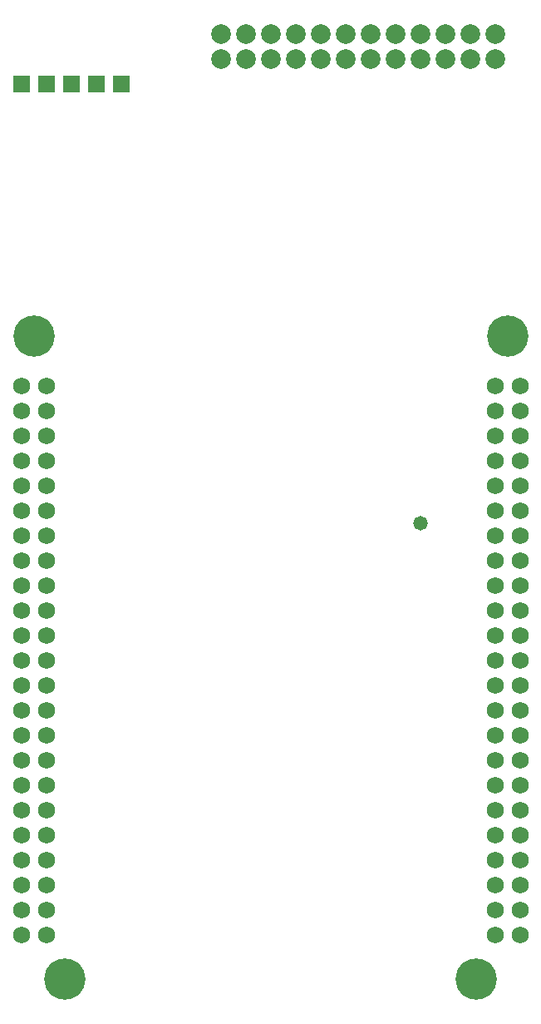
<source format=gbr>
G04 Layer_Color=16711935*
%FSLAX26Y26*%
%MOIN*%
%TF.FileFunction,Soldermask,Bot*%
%TF.Part,Single*%
G01*
G75*
%TA.AperFunction,ComponentPad*%
%ADD16C,0.068000*%
%ADD17C,0.165480*%
%ADD18R,0.068000X0.068000*%
%ADD19C,0.078866*%
%TA.AperFunction,ViaPad*%
%ADD20C,0.058000*%
D16*
X400000Y2787500D02*
D03*
X2300000Y587500D02*
D03*
Y687500D02*
D03*
Y787500D02*
D03*
Y887500D02*
D03*
Y987500D02*
D03*
Y1087500D02*
D03*
Y1187500D02*
D03*
Y1287500D02*
D03*
Y1387500D02*
D03*
Y1487500D02*
D03*
Y1587500D02*
D03*
Y1687500D02*
D03*
Y1787500D02*
D03*
Y1887500D02*
D03*
Y1987500D02*
D03*
Y2087500D02*
D03*
Y2187500D02*
D03*
Y2287500D02*
D03*
Y2387500D02*
D03*
Y2487500D02*
D03*
Y2587500D02*
D03*
Y2687500D02*
D03*
X2400000Y587500D02*
D03*
Y687500D02*
D03*
Y787500D02*
D03*
Y887500D02*
D03*
Y987500D02*
D03*
Y1087500D02*
D03*
Y1187500D02*
D03*
Y1287500D02*
D03*
Y1387500D02*
D03*
Y1487500D02*
D03*
Y1587500D02*
D03*
Y1687500D02*
D03*
Y1787500D02*
D03*
Y1887500D02*
D03*
Y1987500D02*
D03*
Y2087500D02*
D03*
Y2187500D02*
D03*
Y2287500D02*
D03*
Y2387500D02*
D03*
Y2487500D02*
D03*
Y2587500D02*
D03*
Y2687500D02*
D03*
Y2787500D02*
D03*
X2300000D02*
D03*
X400000Y587500D02*
D03*
Y687500D02*
D03*
Y787500D02*
D03*
Y887500D02*
D03*
Y987500D02*
D03*
Y1087500D02*
D03*
Y1187500D02*
D03*
Y1287500D02*
D03*
Y1387500D02*
D03*
Y1487500D02*
D03*
Y1587500D02*
D03*
Y1687500D02*
D03*
Y1787500D02*
D03*
Y1887500D02*
D03*
Y1987500D02*
D03*
Y2087500D02*
D03*
Y2187500D02*
D03*
Y2287500D02*
D03*
Y2387500D02*
D03*
Y2487500D02*
D03*
Y2587500D02*
D03*
Y2687500D02*
D03*
X500000Y587500D02*
D03*
Y687500D02*
D03*
Y787500D02*
D03*
Y887500D02*
D03*
Y987500D02*
D03*
Y1087500D02*
D03*
Y1187500D02*
D03*
Y1287500D02*
D03*
Y1387500D02*
D03*
Y1487500D02*
D03*
Y1587500D02*
D03*
Y1687500D02*
D03*
Y1787500D02*
D03*
Y1887500D02*
D03*
Y1987500D02*
D03*
Y2087500D02*
D03*
Y2187500D02*
D03*
Y2287500D02*
D03*
Y2387500D02*
D03*
Y2487500D02*
D03*
Y2587500D02*
D03*
Y2687500D02*
D03*
Y2787500D02*
D03*
D17*
X575000Y412500D02*
D03*
X2225000D02*
D03*
X2350000Y2987500D02*
D03*
X450000D02*
D03*
D18*
X800000Y4000000D02*
D03*
X400000D02*
D03*
X500000D02*
D03*
X600000D02*
D03*
X700000D02*
D03*
D19*
X1300000Y4200000D02*
D03*
Y4100000D02*
D03*
X1400000D02*
D03*
X1500000D02*
D03*
X1600000D02*
D03*
X1700000D02*
D03*
X1800000D02*
D03*
X1900000D02*
D03*
X2000000D02*
D03*
X2100000D02*
D03*
X2200000D02*
D03*
X2300000D02*
D03*
X1400000Y4200000D02*
D03*
X1500000D02*
D03*
X1600000D02*
D03*
X1700000D02*
D03*
X1800000D02*
D03*
X1900000D02*
D03*
X2000000D02*
D03*
X2100000D02*
D03*
X2200000D02*
D03*
X2300000D02*
D03*
X1200000Y4100000D02*
D03*
Y4200000D02*
D03*
D20*
X2000000Y2240000D02*
D03*
%TF.MD5,91898e277a1ce4e5ba64c318dc60a403*%
M02*

</source>
